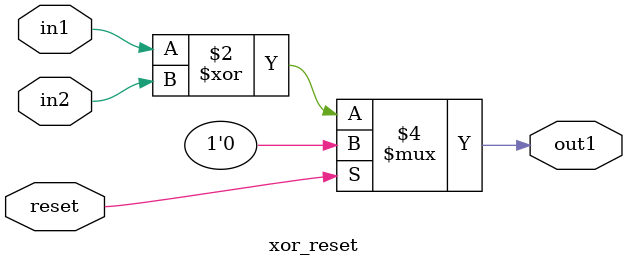
<source format=v>
module xor_reset (
    input in1,
    input in2,
    input reset,
    output reg out1
);

always @(*) begin
    if (reset) begin
        out1 <= 1'b0;
    end else begin
        out1 <= in1 ^ in2;
    end
end

endmodule
</source>
